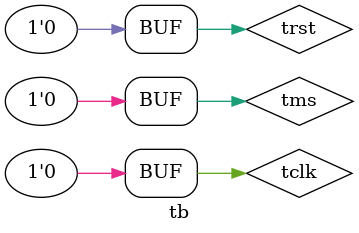
<source format=v>
`include "tap.v"

module tb;

  reg tclk  ;
  reg tms   ;
  reg trst  ;

  wire test_logic_reset ;
  wire run_test_idle    ;
  wire select_dr_scan   ;
  wire capture_dr       ;
  wire shift_dr         ;
  wire exit1_dr         ;
  wire pause_dr         ;
  wire exit2_dr         ;
  wire update_dr        ;
  wire select_ir_scan   ;
  wire capture_ir       ;
  wire shift_ir         ;
  wire exit1_ir         ;
  wire pause_ir         ;
  wire exit2_ir         ;
  wire update_ir        ;


  tap dut(
    .tclk (tclk),
    .tms  (tms),
    .trst (trst),

    .test_logic_reset (test_logic_reset),
    .run_test_idle    (run_test_idle),
    .select_dr_scan   (select_dr_scan),
    .capture_dr       (capture_dr),
    .shift_dr         (shift_dr),
    .exit1_dr         (exit1_dr),
    .pause_dr         (pause_dr),
    .exit2_dr         (exit2_dr),
    .update_dr        (update_dr),
    .select_ir_scan   (select_ir_scan),
    .capture_ir       (capture_ir),
    .shift_ir         (shift_ir),
    .exit1_ir         (exit1_ir),
    .pause_ir         (pause_ir),
    .exit2_ir         (exit2_ir),
    .update_ir        (update_ir)
  );

  initial begin
    $dumpfile("test.vcd");
    $dumpvars(0, tb);
    trst=0; tms=0; tclk=0;
    #10; trst=0; tms=1; tclk=~tclk; #10 tclk=~tclk; //test_logic_reset
    #10; trst=0; tms=0; tclk=~tclk; #10 tclk=~tclk; //run_test_idle
    #10; trst=0; tms=0; tclk=~tclk; #10 tclk=~tclk; //run_test_idle
    #10; trst=0; tms=1; tclk=~tclk; #10 tclk=~tclk; //select_dr_scan
    #10; trst=0; tms=0; tclk=~tclk; #10 tclk=~tclk; //capture_dr
    #10; trst=0; tms=0; tclk=~tclk; #10 tclk=~tclk; //shift_dr
    #10; trst=0; tms=0; tclk=~tclk; #10 tclk=~tclk; //shift_dr
    #10; trst=0; tms=1; tclk=~tclk; #10 tclk=~tclk; //exit1_dr
    #10; trst=0; tms=0; tclk=~tclk; #10 tclk=~tclk; //pause_dr
    #10; trst=0; tms=1; tclk=~tclk; #10 tclk=~tclk; //exit2_dr
    #10; trst=0; tms=1; tclk=~tclk; #10 tclk=~tclk; //update_dr
    #10; trst=0; tms=1; tclk=~tclk; #10 tclk=~tclk; //select_dr_scan
    #10; trst=0; tms=0; tclk=~tclk; #10 tclk=~tclk; //capture_dr
    #10; trst=0; tms=1; tclk=~tclk; #10 tclk=~tclk; //exit1_dr
    #10; trst=0; tms=1; tclk=~tclk; #10 tclk=~tclk; //update_dr
    #10; trst=0; tms=0; tclk=~tclk; #10 tclk=~tclk; //run_test_idle
    #10; trst=0; tms=1; tclk=~tclk; #10 tclk=~tclk; //select_dr_scan
    #10; trst=0; tms=1; tclk=~tclk; #10 tclk=~tclk; //select_ir_scan
    #10; trst=0; tms=0; tclk=~tclk; #10 tclk=~tclk; //capture_ir
    #10; trst=0; tms=0; tclk=~tclk; #10 tclk=~tclk; //shift_ir
    #10; trst=0; tms=0; tclk=~tclk; #10 tclk=~tclk; //shift_ir
    #10; trst=0; tms=1; tclk=~tclk; #10 tclk=~tclk; //exit1_ir
    #10; trst=0; tms=0; tclk=~tclk; #10 tclk=~tclk; //pause_ir
    #10; trst=0; tms=1; tclk=~tclk; #10 tclk=~tclk; //exit2_ir
    #10; trst=0; tms=1; tclk=~tclk; #10 tclk=~tclk; //update_ir
    #10; trst=0; tms=1; tclk=~tclk; #10 tclk=~tclk; //select_dr_scan
    #10; trst=0; tms=1; tclk=~tclk; #10 tclk=~tclk; //select_ir_scan
    #10; trst=0; tms=0; tclk=~tclk; #10 tclk=~tclk; //capture_ir
    #10; trst=0; tms=1; tclk=~tclk; #10 tclk=~tclk; //exit1_ir
    #10; trst=0; tms=1; tclk=~tclk; #10 tclk=~tclk; //update_ir
    #10; trst=0; tms=0; tclk=~tclk; #10 tclk=~tclk; //run_test_idle
    #10; trst=0; tms=1; tclk=~tclk; #10 tclk=~tclk; //select_dr_scan
    #10; trst=0; tms=1; tclk=~tclk; #10 tclk=~tclk; //select_ir_scan
    #10; trst=0; tms=1; tclk=~tclk; #10 tclk=~tclk; //test_logic_reset
    #10; trst=0; tms=0; tclk=~tclk; #10 tclk=~tclk; //run_test_idle
    #10; trst=0; tms=1; tclk=~tclk; #10 tclk=~tclk; //select_dr_scan
    #10; trst=0; tms=0; tclk=~tclk; #10 tclk=~tclk; //capture_dr
    #10; trst=1; tms=0; tclk=~tclk; #10 tclk=~tclk; //test_logic_reset
    #10; trst=0; tms=0; tclk=~tclk; #10 tclk=~tclk; //run_test_idle
  end

  initial
    $monitor("tclk=%b, tms=%b, trst=%b, test_logic_reset=%b, run_test_idle=%b, select_dr_scan=%b, capture_dr=%b, shift_dr=%b, exit1_dr=%b, pause_dr=%b, exit2_dr=%b, update_dr=%b, select_ir_scan=%b, capture_ir=%b, shift_ir=%b, exit1_ir=%b, pause_ir=%b,  exit2_ir=%b, update_ir=%b",tclk, tms, trst, test_logic_reset, run_test_idle, select_dr_scan, capture_dr, shift_dr, exit1_dr, pause_dr, exit2_dr,  update_dr, select_ir_scan, capture_ir, shift_ir, exit1_ir, pause_ir, exit2_ir, update_ir);
endmodule


</source>
